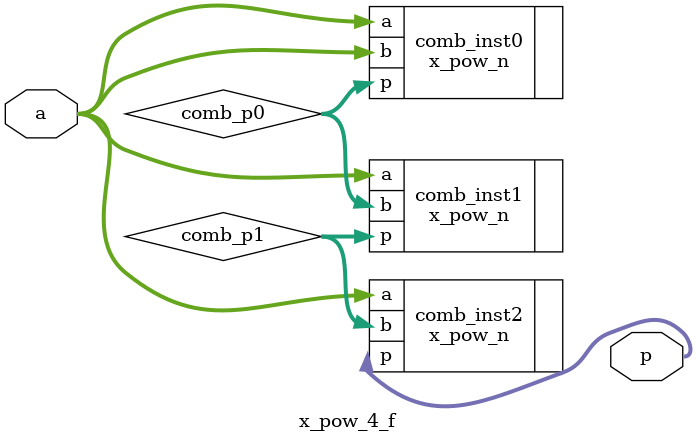
<source format=v>
module x_pow_4_f(
	input  [7:0] a,
	output [7:0] p
);

wire [7:0] comb_p0;
wire [7:0] comb_p1;

x_pow_n comb_inst0(
.a(a),
.b(a),
.p(comb_p0)
);
x_pow_n comb_inst1(
.a(a),
.b(comb_p0),
.p(comb_p1)
);
x_pow_n comb_inst2(
.a(a),
.b(comb_p1),
.p(p)
);
endmodule
</source>
